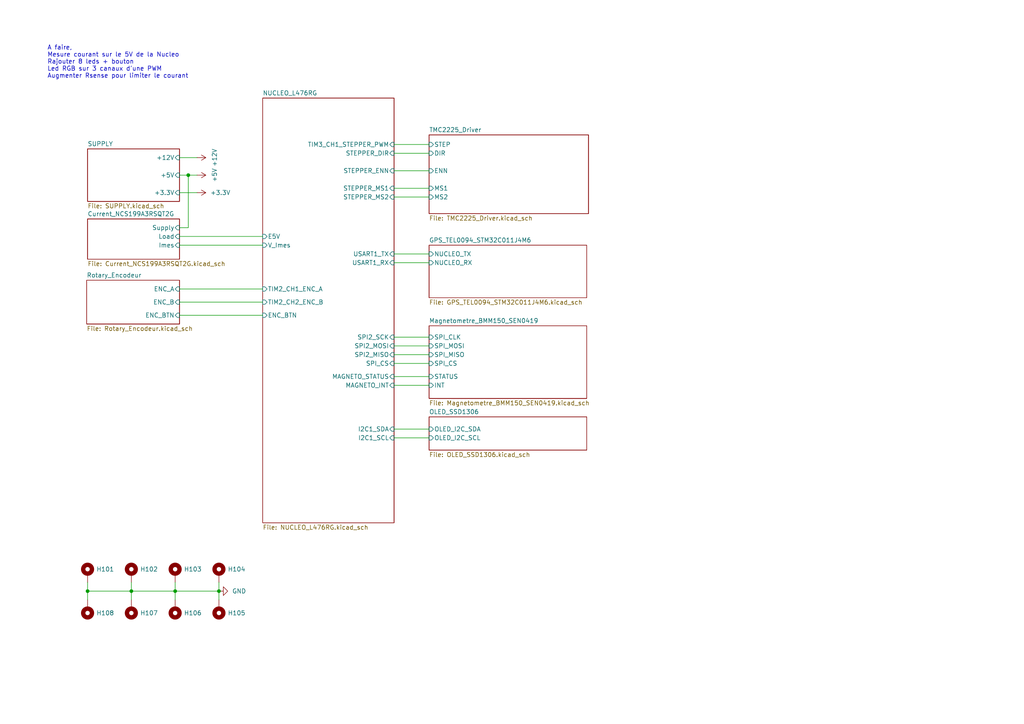
<source format=kicad_sch>
(kicad_sch (version 20231120) (generator "eeschema") (generator_version "8.0")
  (paper "A4")
  (lib_symbols
    (symbol "Mechanical:MountingHole_Pad" (pin_numbers hide) (pin_names (offset 1.016) hide)
      (property "Reference" "H" (at 0 6.35 0))
      (property "Value" "MountingHole_Pad" (at 0 4.445 0))
      (symbol "MountingHole_Pad_0_1"
        (circle (center 0 1.27) (radius 1.27) (stroke (width 1.27)))
      )
      (symbol "MountingHole_Pad_1_1"
        (pin input line (at 0 -2.54 90) (length 2.54) (name "1") (number "1"))
      )
    )
    (symbol "power:+12V" (power) (pin_numbers hide) (pin_names (offset 0) hide)
      (property "Value" "+12V" (at 0 3.556 0))
      (symbol "+12V_0_1"
        (polyline (pts (xy -0.762 1.27) (xy 0 2.54)))
        (polyline (pts (xy 0 0) (xy 0 2.54)))
        (polyline (pts (xy 0 2.54) (xy 0.762 1.27)))
      )
      (symbol "+12V_1_1"
        (pin power_in line (at 0 0 90) (length 0) (name "~") (number "1"))
      )
    )
    (symbol "power:+3.3V" (power) (pin_numbers hide) (pin_names (offset 0) hide)
      (property "Value" "+3.3V" (at 0 3.556 0))
      (symbol "+3.3V_0_1"
        (polyline (pts (xy -0.762 1.27) (xy 0 2.54)))
        (polyline (pts (xy 0 0) (xy 0 2.54)))
        (polyline (pts (xy 0 2.54) (xy 0.762 1.27)))
      )
      (symbol "+3.3V_1_1"
        (pin power_in line (at 0 0 90) (length 0) (name "~") (number "1"))
      )
    )
    (symbol "power:+5V" (power) (pin_numbers hide) (pin_names (offset 0) hide)
      (property "Value" "+5V" (at 0 3.556 0))
      (symbol "+5V_0_1"
        (polyline (pts (xy -0.762 1.27) (xy 0 2.54)))
        (polyline (pts (xy 0 0) (xy 0 2.54)))
        (polyline (pts (xy 0 2.54) (xy 0.762 1.27)))
      )
      (symbol "+5V_1_1"
        (pin power_in line (at 0 0 90) (length 0) (name "~") (number "1"))
      )
    )
    (symbol "power:GND" (power) (pin_numbers hide) (pin_names (offset 0) hide)
      (property "Value" "GND" (at 0 -3.81 0))
      (symbol "GND_0_1"
        (polyline (pts (xy 0 0) (xy 0 -1.27) (xy 1.27 -1.27) (xy 0 -2.54) (xy -1.27 -1.27) (xy 0 -1.27)))
      )
      (symbol "GND_1_1"
        (pin power_in line (at 0 0 270) (length 0) (name "~") (number "1"))
      )
    )
  )
  (junction (at 50.8 171.45))
  (junction (at 54.61 50.8))
  (junction (at 63.5 171.45))
  (junction (at 25.4 171.45))
  (junction (at 38.1 171.45))
  (wire (pts (xy 52.07 91.44) (xy 76.2 91.44)))
  (wire (pts (xy 114.3 44.45) (xy 124.46 44.45)))
  (wire (pts (xy 54.61 50.8) (xy 54.61 66.04)))
  (wire (pts (xy 63.5 168.91) (xy 63.5 171.45)))
  (wire (pts (xy 114.3 49.53) (xy 124.46 49.53)))
  (wire (pts (xy 38.1 173.99) (xy 38.1 171.45)))
  (wire (pts (xy 114.3 41.91) (xy 124.46 41.91)))
  (wire (pts (xy 52.07 71.12) (xy 76.2 71.12)))
  (wire (pts (xy 25.4 171.45) (xy 25.4 173.99)))
  (wire (pts (xy 114.3 54.61) (xy 124.46 54.61)))
  (wire (pts (xy 25.4 171.45) (xy 38.1 171.45)))
  (wire (pts (xy 52.07 45.72) (xy 57.15 45.72)))
  (wire (pts (xy 114.3 124.46) (xy 124.46 124.46)))
  (wire (pts (xy 54.61 50.8) (xy 57.15 50.8)))
  (wire (pts (xy 52.07 87.63) (xy 76.2 87.63)))
  (wire (pts (xy 52.07 50.8) (xy 54.61 50.8)))
  (wire (pts (xy 114.3 109.22) (xy 124.46 109.22)))
  (wire (pts (xy 52.07 66.04) (xy 54.61 66.04)))
  (wire (pts (xy 114.3 127) (xy 124.46 127)))
  (wire (pts (xy 114.3 73.66) (xy 124.46 73.66)))
  (wire (pts (xy 38.1 168.91) (xy 38.1 171.45)))
  (wire (pts (xy 50.8 171.45) (xy 50.8 173.99)))
  (wire (pts (xy 114.3 105.41) (xy 124.46 105.41)))
  (wire (pts (xy 114.3 76.2) (xy 124.46 76.2)))
  (wire (pts (xy 52.07 55.88) (xy 57.15 55.88)))
  (wire (pts (xy 114.3 102.87) (xy 124.46 102.87)))
  (wire (pts (xy 25.4 168.91) (xy 25.4 171.45)))
  (wire (pts (xy 114.3 100.33) (xy 124.46 100.33)))
  (wire (pts (xy 50.8 168.91) (xy 50.8 171.45)))
  (wire (pts (xy 114.3 57.15) (xy 124.46 57.15)))
  (wire (pts (xy 52.07 68.58) (xy 76.2 68.58)))
  (wire (pts (xy 63.5 173.99) (xy 63.5 171.45)))
  (wire (pts (xy 63.5 171.45) (xy 50.8 171.45)))
  (wire (pts (xy 114.3 111.76) (xy 124.46 111.76)))
  (wire (pts (xy 52.07 83.82) (xy 76.2 83.82)))
  (wire (pts (xy 114.3 97.79) (xy 124.46 97.79)))
  (wire (pts (xy 50.8 171.45) (xy 38.1 171.45)))
  (text "A faire,\nMesure courant sur le 5V de la Nucleo\nRajouter 8 leds + bouton\nLed RGB sur 3 canaux d'une PWM\nAugmenter Rsense pour limiter le courant\n" (at 13.716 18.034 0) (effects (font (size 1.27 1.27)) (justify left)))
  (symbol (lib_id "Mechanical:MountingHole_Pad") (at 63.5 166.37 0) (unit 1)
    (property "Reference" "H104" (at 66.04 165.0999 0) (effects (justify left)))
    (property "Value" "MountingHole_Pad" (effects (hide yes)))
    (property "Footprint" "MountingHole:MountingHole_3.2mm_M3_Pad" (effects (hide yes)))
    (property "Description" "Mounting Hole with connection" (effects (hide yes)))
  )
  (symbol (lib_id "Mechanical:MountingHole_Pad") (at 50.8 176.53 180) (unit 1)
    (property "Reference" "H106" (at 53.34 177.7999 0) (effects (justify right)))
    (property "Value" "MountingHole_Pad" (effects (hide yes)))
    (property "Footprint" "MountingHole:MountingHole_3.2mm_M3_Pad" (effects (hide yes)))
    (property "Description" "Mounting Hole with connection" (effects (hide yes)))
  )
  (symbol (lib_id "power:+5V") (at 57.15 50.8 270) (unit 1)
    (property "Reference" "#PWR0102" (effects (hide yes)))
    (property "Value" "+5V" (at 62.23 50.8 0))
    (property "Description" "Power symbol creates a global label with name \"+5V\"" (effects (hide yes)))
  )
  (symbol (lib_id "Mechanical:MountingHole_Pad") (at 38.1 176.53 180) (unit 1)
    (property "Reference" "H107" (at 40.64 177.7999 0) (effects (justify right)))
    (property "Value" "MountingHole_Pad" (effects (hide yes)))
    (property "Footprint" "MountingHole:MountingHole_3.2mm_M3_Pad" (effects (hide yes)))
    (property "Description" "Mounting Hole with connection" (effects (hide yes)))
  )
  (symbol (lib_id "power:+3.3V") (at 57.15 55.88 270) (unit 1)
    (property "Reference" "#PWR0103" (effects (hide yes)))
    (property "Value" "+3.3V" (at 60.96 55.8799 90) (effects (justify left)))
    (property "Description" "Power symbol creates a global label with name \"+3.3V\"" (effects (hide yes)))
  )
  (symbol (lib_id "Mechanical:MountingHole_Pad") (at 63.5 176.53 180) (unit 1)
    (property "Reference" "H105" (at 66.04 177.7999 0) (effects (justify right)))
    (property "Value" "MountingHole_Pad" (effects (hide yes)))
    (property "Footprint" "MountingHole:MountingHole_3.2mm_M3_Pad" (effects (hide yes)))
    (property "Description" "Mounting Hole with connection" (effects (hide yes)))
  )
  (symbol (lib_id "Mechanical:MountingHole_Pad") (at 25.4 176.53 180) (unit 1)
    (property "Reference" "H108" (at 27.94 177.7999 0) (effects (justify right)))
    (property "Value" "MountingHole_Pad" (effects (hide yes)))
    (property "Footprint" "MountingHole:MountingHole_3.2mm_M3_Pad" (effects (hide yes)))
    (property "Description" "Mounting Hole with connection" (effects (hide yes)))
  )
  (symbol (lib_id "Mechanical:MountingHole_Pad") (at 50.8 166.37 0) (unit 1)
    (property "Reference" "H103" (at 53.34 165.0999 0) (effects (justify left)))
    (property "Value" "MountingHole_Pad" (effects (hide yes)))
    (property "Footprint" "MountingHole:MountingHole_3.2mm_M3_Pad" (effects (hide yes)))
    (property "Description" "Mounting Hole with connection" (effects (hide yes)))
  )
  (symbol (lib_id "power:+12V") (at 57.15 45.72 270) (unit 1)
    (property "Reference" "#PWR0101" (effects (hide yes)))
    (property "Value" "+12V" (at 62.23 45.72 0))
    (property "Description" "Power symbol creates a global label with name \"+12V\"" (effects (hide yes)))
  )
  (symbol (lib_id "power:GND") (at 63.5 171.45 90) (unit 1)
    (property "Reference" "#PWR0104" (effects (hide yes)))
    (property "Value" "GND" (at 67.31 171.4499 90) (effects (justify right)))
    (property "Description" "Power symbol creates a global label with name \"GND\" , ground" (effects (hide yes)))
  )
  (symbol (lib_id "Mechanical:MountingHole_Pad") (at 38.1 166.37 0) (unit 1)
    (property "Reference" "H102" (at 40.64 165.0999 0) (effects (justify left)))
    (property "Value" "MountingHole_Pad" (effects (hide yes)))
    (property "Footprint" "MountingHole:MountingHole_3.2mm_M3_Pad" (effects (hide yes)))
    (property "Description" "Mounting Hole with connection" (effects (hide yes)))
  )
  (symbol (lib_id "Mechanical:MountingHole_Pad") (at 25.4 166.37 0) (unit 1)
    (property "Reference" "H101" (at 27.94 165.0999 0) (effects (justify left)))
    (property "Value" "MountingHole_Pad" (effects (hide yes)))
    (property "Footprint" "MountingHole:MountingHole_3.2mm_M3_Pad" (effects (hide yes)))
    (property "Description" "Mounting Hole with connection" (effects (hide yes)))
  )
  (sheet (at 76.2 28.448) (size 38.1 123.19) (stroke (width 0.1524))
    (property "Sheetname" "NUCLEO_L476RG" (at 76.2 27.7364 0) (effects (justify left bottom)))
    (property "Sheetfile" "NUCLEO_L476RG.kicad_sch" (at 76.2 152.2226 0) (effects (justify left top)))
    (pin "SPI2_MISO" input (at 114.3 102.87 0))
    (pin "SPI2_MOSI" input (at 114.3 100.33 0))
    (pin "SPI2_SCK" input (at 114.3 97.79 0))
    (pin "I2C1_SDA" input (at 114.3 124.46 0))
    (pin "I2C1_SCL" input (at 114.3 127 0))
    (pin "USART1_TX" input (at 114.3 73.66 0))
    (pin "USART1_RX" input (at 114.3 76.2 0))
    (pin "TIM2_CH1_ENC_A" input (at 76.2 83.82 180))
    (pin "TIM2_CH2_ENC_B" input (at 76.2 87.63 180))
    (pin "TIM3_CH1_STEPPER_PWM" input (at 114.3 41.91 0))
    (pin "E5V" input (at 76.2 68.58 180))
    (pin "V_Imes" input (at 76.2 71.12 180))
    (pin "STEPPER_DIR" input (at 114.3 44.45 0))
    (pin "STEPPER_ENN" input (at 114.3 49.53 0))
    (pin "STEPPER_MS1" input (at 114.3 54.61 0))
    (pin "STEPPER_MS2" input (at 114.3 57.15 0))
    (pin "SPI_CS" input (at 114.3 105.41 0))
    (pin "MAGNETO_STATUS" input (at 114.3 109.22 0))
    (pin "MAGNETO_INT" input (at 114.3 111.76 0))
    (pin "ENC_BTN" input (at 76.2 91.44 180))
  )
  (sheet (at 124.46 39.116) (size 46.228 22.86) (stroke (width 0.1524))
    (property "Sheetname" "TMC2225_Driver" (at 124.46 38.4044 0) (effects (justify left bottom)))
    (property "Sheetfile" "TMC2225_Driver.kicad_sch" (at 124.46 62.5606 0) (effects (justify left top)))
    (pin "MS2" input (at 124.46 57.15 180))
    (pin "MS1" input (at 124.46 54.61 180))
    (pin "ENN" input (at 124.46 49.53 180))
    (pin "DIR" input (at 124.46 44.45 180))
    (pin "STEP" input (at 124.46 41.91 180))
  )
  (sheet (at 124.46 120.904) (size 45.72 9.652) (stroke (width 0.1524))
    (property "Sheetname" "OLED_SSD1306" (at 124.46 120.1924 0) (effects (justify left bottom)))
    (property "Sheetfile" "OLED_SSD1306.kicad_sch" (at 124.46 131.1406 0) (effects (justify left top)))
    (pin "OLED_I2C_SDA" input (at 124.46 124.46 180))
    (pin "OLED_I2C_SCL" input (at 124.46 127 180))
  )
  (sheet (at 124.46 71.12) (size 45.72 15.24) (stroke (width 0.1524))
    (property "Sheetname" "GPS_TEL0094_STM32C011J4M6" (at 124.46 70.4084 0) (effects (justify left bottom)))
    (property "Sheetfile" "GPS_TEL0094_STM32C011J4M6.kicad_sch" (at 124.46 86.9446 0) (effects (justify left top)))
    (pin "NUCLEO_TX" input (at 124.46 73.66 180))
    (pin "NUCLEO_RX" input (at 124.46 76.2 180))
  )
  (sheet (at 25.4 43.18) (size 26.67 15.24) (stroke (width 0.1524))
    (property "Sheetname" "SUPPLY" (at 25.4 42.4684 0) (effects (justify left bottom)))
    (property "Sheetfile" "SUPPLY.kicad_sch" (at 25.4 59.0046 0) (effects (justify left top)))
    (pin "+5V" input (at 52.07 50.8 0))
    (pin "+3.3V" input (at 52.07 55.88 0))
    (pin "+12V" input (at 52.07 45.72 0))
  )
  (sheet (at 25.146 81.28) (size 26.924 12.7) (stroke (width 0.1524))
    (property "Sheetname" "Rotary_Encodeur" (at 25.146 80.5684 0) (effects (justify left bottom)))
    (property "Sheetfile" "Rotary_Encodeur.kicad_sch" (at 25.146 94.5646 0) (effects (justify left top)))
    (pin "ENC_A" input (at 52.07 83.82 0))
    (pin "ENC_B" input (at 52.07 87.63 0))
    (pin "ENC_BTN" input (at 52.07 91.44 0))
  )
  (sheet (at 25.4 63.5) (size 26.67 11.684) (stroke (width 0.1524))
    (property "Sheetname" "Current_NCS199A3RSQT2G" (at 25.4 62.7884 0) (effects (justify left bottom)))
    (property "Sheetfile" "Current_NCS199A3RSQT2G.kicad_sch" (at 25.4 75.7686 0) (effects (justify left top)))
    (pin "Supply" input (at 52.07 66.04 0))
    (pin "Load" input (at 52.07 68.58 0))
    (pin "Imes" input (at 52.07 71.12 0))
  )
  (sheet (at 124.46 94.488) (size 45.72 21.082) (stroke (width 0.1524))
    (property "Sheetname" "Magnetometre_BMM150_SEN0419" (at 124.46 93.7764 0) (effects (justify left bottom)))
    (property "Sheetfile" "Magnetometre_BMM150_SEN0419.kicad_sch" (at 124.46 116.1546 0) (effects (justify left top)))
    (pin "SPI_CS" input (at 124.46 105.41 180))
    (pin "INT" input (at 124.46 111.76 180))
    (pin "STATUS" input (at 124.46 109.22 180))
    (pin "SPI_MISO" input (at 124.46 102.87 180))
    (pin "SPI_CLK" input (at 124.46 97.79 180))
    (pin "SPI_MOSI" input (at 124.46 100.33 180))
  )
)
</source>
